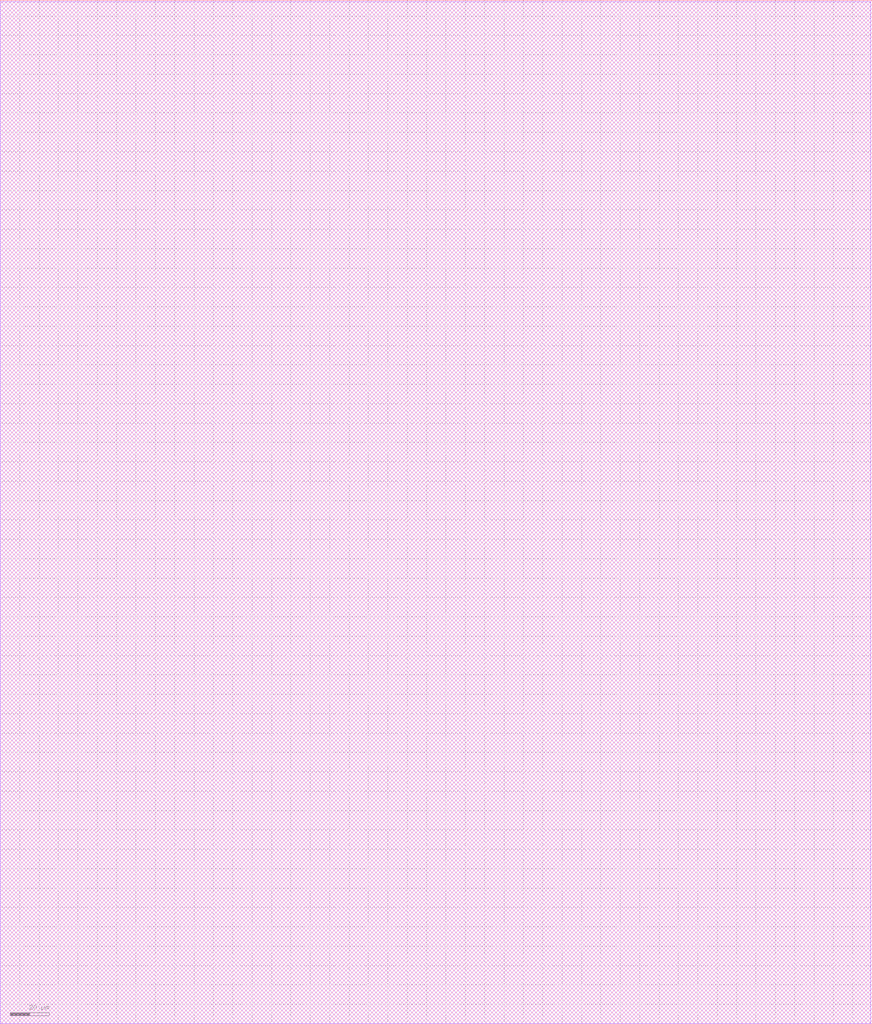
<source format=lef>
VERSION 5.7 ;
  NOWIREEXTENSIONATPIN ON ;
  DIVIDERCHAR "/" ;
  BUSBITCHARS "[]" ;
MACRO avali_logo
  CLASS BLOCK ;
  FOREIGN avali_logo ;
  ORIGIN 0.000 0.000 ;
  SIZE 450.000 BY 528.300 ;
  OBS
      LAYER Metal5 ;
        RECT 0.000 0.000 449.100 527.400 ;
  END
END avali_logo
END LIBRARY


</source>
